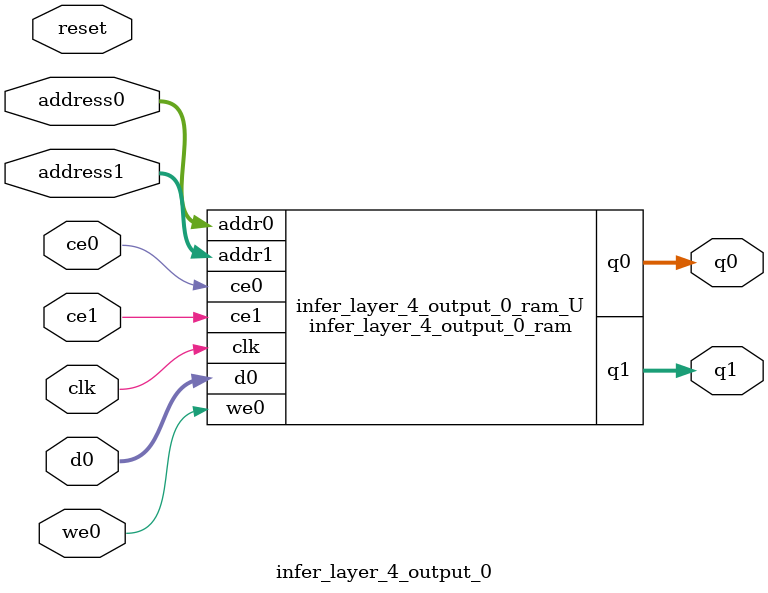
<source format=v>
`timescale 1 ns / 1 ps
module infer_layer_4_output_0_ram (addr0, ce0, d0, we0, q0, addr1, ce1, q1,  clk);

parameter DWIDTH = 32;
parameter AWIDTH = 9;
parameter MEM_SIZE = 365;

input[AWIDTH-1:0] addr0;
input ce0;
input[DWIDTH-1:0] d0;
input we0;
output reg[DWIDTH-1:0] q0;
input[AWIDTH-1:0] addr1;
input ce1;
output reg[DWIDTH-1:0] q1;
input clk;

reg [DWIDTH-1:0] ram[0:MEM_SIZE-1];




always @(posedge clk)  
begin 
    if (ce0) begin
        if (we0) 
            ram[addr0] <= d0; 
        q0 <= ram[addr0];
    end
end


always @(posedge clk)  
begin 
    if (ce1) begin
        q1 <= ram[addr1];
    end
end


endmodule

`timescale 1 ns / 1 ps
module infer_layer_4_output_0(
    reset,
    clk,
    address0,
    ce0,
    we0,
    d0,
    q0,
    address1,
    ce1,
    q1);

parameter DataWidth = 32'd32;
parameter AddressRange = 32'd365;
parameter AddressWidth = 32'd9;
input reset;
input clk;
input[AddressWidth - 1:0] address0;
input ce0;
input we0;
input[DataWidth - 1:0] d0;
output[DataWidth - 1:0] q0;
input[AddressWidth - 1:0] address1;
input ce1;
output[DataWidth - 1:0] q1;



infer_layer_4_output_0_ram infer_layer_4_output_0_ram_U(
    .clk( clk ),
    .addr0( address0 ),
    .ce0( ce0 ),
    .we0( we0 ),
    .d0( d0 ),
    .q0( q0 ),
    .addr1( address1 ),
    .ce1( ce1 ),
    .q1( q1 ));

endmodule


</source>
